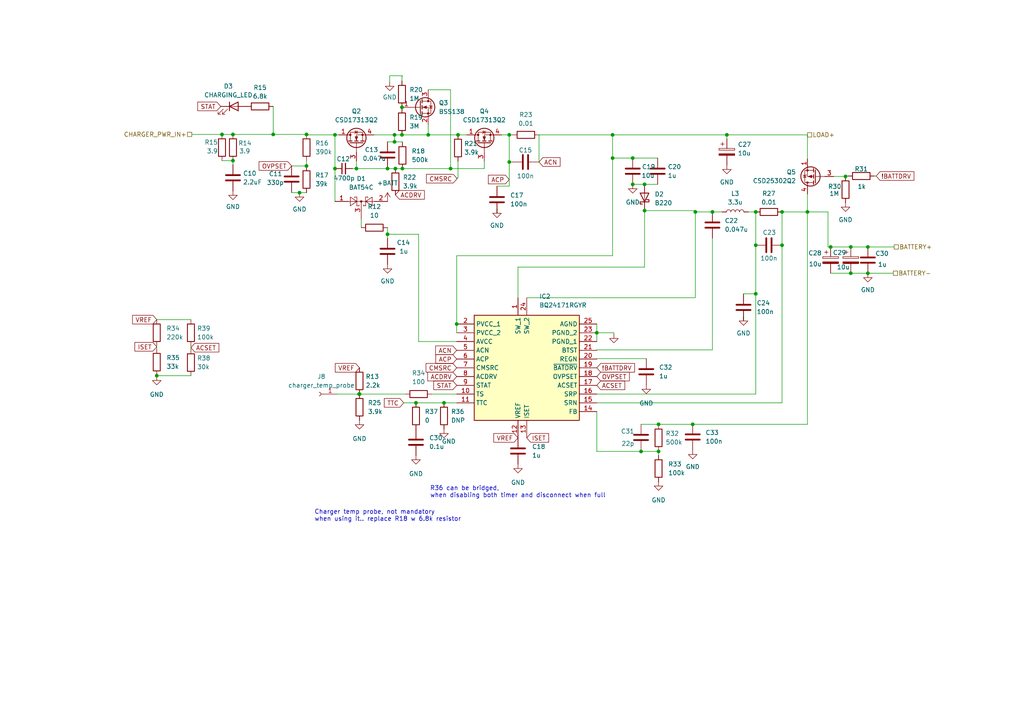
<source format=kicad_sch>
(kicad_sch (version 20230121) (generator eeschema)
  (paper "A4")
  (lib_symbols
    (symbol "Connector:Conn_01x01_Socket" (pin_names (offset 1.016) hide)
      (property "Reference" "J" (at 0 2.54 0))
      (property "Value" "Conn_01x01_Socket" (at 0 -2.54 0))
      (symbol "Conn_01x01_Socket_1_1"
        (polyline (pts (xy -1.27 0) (xy -0.508 0)) (stroke (width 0.1524)))
        (arc (start 0 0.508) (mid -0.5058 0) (end 0 -0.508) (stroke (width 0.1524)))
        (pin passive line (at -5.08 0 0) (length 3.81) (name "Pin_1") (number "1"))
      )
    )
    (symbol "Device:C" (pin_numbers hide) (pin_names (offset 0.254))
      (property "Reference" "C" (at 0.635 2.54 0))
      (property "Value" "C" (at 0.635 -2.54 0))
      (symbol "C_0_1"
        (polyline (pts (xy -2.032 -0.762) (xy 2.032 -0.762)) (stroke (width 0.508)))
        (polyline (pts (xy -2.032 0.762) (xy 2.032 0.762)) (stroke (width 0.508)))
      )
      (symbol "C_1_1"
        (pin passive line (at 0 3.81 270) (length 2.794) (name "~") (number "1"))
        (pin passive line (at 0 -3.81 90) (length 2.794) (name "~") (number "2"))
      )
    )
    (symbol "Device:C_Polarized" (pin_numbers hide) (pin_names (offset 0.254))
      (property "Reference" "C" (at 0.635 2.54 0))
      (property "Value" "C_Polarized" (at 0.635 -2.54 0))
      (symbol "C_Polarized_0_1"
        (rectangle (start -2.286 0.508) (end 2.286 1.016))
        (polyline (pts (xy -1.778 2.286) (xy -0.762 2.286)))
        (polyline (pts (xy -1.27 2.794) (xy -1.27 1.778)))
        (rectangle (start 2.286 -0.508) (end -2.286 -1.016) (fill (type outline)))
      )
      (symbol "C_Polarized_1_1"
        (pin passive line (at 0 3.81 270) (length 2.794) (name "~") (number "1"))
        (pin passive line (at 0 -3.81 90) (length 2.794) (name "~") (number "2"))
      )
    )
    (symbol "Device:C_Small" (pin_numbers hide) (pin_names (offset 0.254) hide)
      (property "Reference" "C" (at 0.254 1.778 0))
      (property "Value" "C_Small" (at 0.254 -2.032 0))
      (symbol "C_Small_0_1"
        (polyline (pts (xy -1.524 -0.508) (xy 1.524 -0.508)) (stroke (width 0.3302)))
        (polyline (pts (xy -1.524 0.508) (xy 1.524 0.508)) (stroke (width 0.3048)))
      )
      (symbol "C_Small_1_1"
        (pin passive line (at 0 2.54 270) (length 2.032) (name "~") (number "1"))
        (pin passive line (at 0 -2.54 90) (length 2.032) (name "~") (number "2"))
      )
    )
    (symbol "Device:L" (pin_numbers hide) (pin_names (offset 1.016) hide)
      (property "Reference" "L" (at -1.27 0 90))
      (property "Value" "L" (at 1.905 0 90))
      (symbol "L_0_1"
        (arc (start 0 -2.54) (mid 0.6323 -1.905) (end 0 -1.27))
        (arc (start 0 -1.27) (mid 0.6323 -0.635) (end 0 0))
        (arc (start 0 0) (mid 0.6323 0.635) (end 0 1.27))
        (arc (start 0 1.27) (mid 0.6323 1.905) (end 0 2.54))
      )
      (symbol "L_1_1"
        (pin passive line (at 0 3.81 270) (length 1.27) (name "1") (number "1"))
        (pin passive line (at 0 -3.81 90) (length 1.27) (name "2") (number "2"))
      )
    )
    (symbol "Device:LED" (pin_numbers hide) (pin_names (offset 1.016) hide)
      (property "Reference" "D" (at 0 2.54 0))
      (property "Value" "LED" (at 0 -2.54 0))
      (symbol "LED_0_1"
        (polyline (pts (xy -1.27 -1.27) (xy -1.27 1.27)) (stroke (width 0.254)))
        (polyline (pts (xy -1.27 0) (xy 1.27 0)))
        (polyline (pts (xy 1.27 -1.27) (xy 1.27 1.27) (xy -1.27 0) (xy 1.27 -1.27)) (stroke (width 0.254)))
        (polyline (pts (xy -3.048 -0.762) (xy -4.572 -2.286) (xy -3.81 -2.286) (xy -4.572 -2.286) (xy -4.572 -1.524)))
        (polyline (pts (xy -1.778 -0.762) (xy -3.302 -2.286) (xy -2.54 -2.286) (xy -3.302 -2.286) (xy -3.302 -1.524)))
      )
      (symbol "LED_1_1"
        (pin passive line (at -3.81 0 0) (length 2.54) (name "K") (number "1"))
        (pin passive line (at 3.81 0 180) (length 2.54) (name "A") (number "2"))
      )
    )
    (symbol "Device:R" (pin_numbers hide) (pin_names (offset 0))
      (property "Reference" "R" (at 2.032 0 90))
      (property "Value" "R" (at 0 0 90))
      (symbol "R_0_1"
        (rectangle (start -1.016 -2.54) (end 1.016 2.54) (stroke (width 0.254)))
      )
      (symbol "R_1_1"
        (pin passive line (at 0 3.81 270) (length 1.27) (name "~") (number "1"))
        (pin passive line (at 0 -3.81 90) (length 1.27) (name "~") (number "2"))
      )
    )
    (symbol "Diode:B220" (pin_numbers hide) (pin_names (offset 1.016) hide)
      (property "Reference" "D" (at 0 2.54 0))
      (property "Value" "B220" (at 0 -2.54 0))
      (symbol "B220_0_1"
        (polyline (pts (xy 1.27 0) (xy -1.27 0)))
        (polyline (pts (xy 1.27 1.27) (xy 1.27 -1.27) (xy -1.27 0) (xy 1.27 1.27)) (stroke (width 0.254)))
        (polyline (pts (xy -1.905 0.635) (xy -1.905 1.27) (xy -1.27 1.27) (xy -1.27 -1.27) (xy -0.635 -1.27) (xy -0.635 -0.635)) (stroke (width 0.254)))
      )
      (symbol "B220_1_1"
        (pin passive line (at -3.81 0 0) (length 2.54) (name "K") (number "1"))
        (pin passive line (at 3.81 0 180) (length 2.54) (name "A") (number "2"))
      )
    )
    (symbol "Diode:BAT54C" (pin_names (offset 1.016))
      (property "Reference" "D" (at 0.635 -3.81 0))
      (property "Value" "BAT54C" (at -6.35 3.175 0))
      (symbol "BAT54C_0_1"
        (polyline (pts (xy -1.905 0) (xy 1.905 0)))
        (polyline (pts (xy -1.905 1.27) (xy -1.905 1.016)))
        (polyline (pts (xy -1.27 -1.27) (xy -0.635 -1.27)))
        (polyline (pts (xy -1.27 0) (xy -3.81 0)))
        (polyline (pts (xy -1.27 1.27) (xy -1.905 1.27)))
        (polyline (pts (xy -1.27 1.27) (xy -1.27 -1.27)))
        (polyline (pts (xy -0.635 -1.27) (xy -0.635 -1.016)))
        (polyline (pts (xy 0.635 -1.27) (xy 0.635 -1.016)))
        (polyline (pts (xy 1.27 -1.27) (xy 0.635 -1.27)))
        (polyline (pts (xy 1.27 1.27) (xy 1.27 -1.27)))
        (polyline (pts (xy 1.27 1.27) (xy 1.905 1.27)))
        (polyline (pts (xy 1.905 1.27) (xy 1.905 1.016)))
        (polyline (pts (xy 3.81 0) (xy 1.27 0)))
        (polyline (pts (xy -3.175 -1.27) (xy -3.175 1.27) (xy -1.27 0) (xy -3.175 -1.27)))
        (polyline (pts (xy 3.175 -1.27) (xy 3.175 1.27) (xy 1.27 0) (xy 3.175 -1.27)))
        (circle (center 0 0) (radius 0.254) (fill (type outline)))
      )
      (symbol "BAT54C_1_1"
        (pin passive line (at -7.62 0 0) (length 3.81) (name "~") (number "1"))
        (pin passive line (at 7.62 0 180) (length 3.81) (name "~") (number "2"))
        (pin passive line (at 0 -5.08 90) (length 5.08) (name "~") (number "3"))
      )
    )
    (symbol "PowerHub_libs:BQ24171RGYR"
      (property "Reference" "IC" (at 36.83 20.32 0))
      (property "Value" "BQ24171RGYR" (at 36.83 17.78 0))
      (symbol "BQ24171RGYR_1_1"
        (rectangle (start 5.08 15.24) (end 35.56 -15.24) (stroke (width 0.254)) (fill (type background)))
        (pin passive line (at 0 -2.54 0) (length 5.08) (name "SW_1") (number "1"))
        (pin passive line (at 27.94 -20.32 90) (length 5.08) (name "TS") (number "10"))
        (pin passive line (at 30.48 -20.32 90) (length 5.08) (name "TTC") (number "11"))
        (pin passive line (at 40.64 -2.54 180) (length 5.08) (name "VREF") (number "12"))
        (pin passive line (at 40.64 0 180) (length 5.08) (name "ISET") (number "13"))
        (pin passive line (at 33.02 20.32 270) (length 5.08) (name "FB") (number "14"))
        (pin passive line (at 30.48 20.32 270) (length 5.08) (name "SRN") (number "15"))
        (pin passive line (at 27.94 20.32 270) (length 5.08) (name "SRP") (number "16"))
        (pin passive line (at 25.4 20.32 270) (length 5.08) (name "ACSET") (number "17"))
        (pin passive line (at 22.86 20.32 270) (length 5.08) (name "OVPSET") (number "18"))
        (pin passive line (at 20.32 20.32 270) (length 5.08) (name "~{BATDRV}") (number "19"))
        (pin power_in line (at 7.62 -20.32 90) (length 5.08) (name "PVCC_1") (number "2"))
        (pin passive line (at 17.78 20.32 270) (length 5.08) (name "REGN") (number "20"))
        (pin passive line (at 15.24 20.32 270) (length 5.08) (name "BTST") (number "21"))
        (pin power_in line (at 12.7 20.32 270) (length 5.08) (name "PGND_1") (number "22"))
        (pin passive line (at 10.16 20.32 270) (length 5.08) (name "PGND_2") (number "23"))
        (pin passive line (at 0 0 0) (length 5.08) (name "SW_2") (number "24"))
        (pin power_in line (at 7.62 20.32 270) (length 5.08) (name "AGND") (number "25"))
        (pin power_in line (at 10.16 -20.32 90) (length 5.08) (name "PVCC_2") (number "3"))
        (pin power_in line (at 12.7 -20.32 90) (length 5.08) (name "AVCC") (number "4"))
        (pin passive line (at 15.24 -20.32 90) (length 5.08) (name "ACN") (number "5"))
        (pin passive line (at 17.78 -20.32 90) (length 5.08) (name "ACP") (number "6"))
        (pin passive line (at 20.32 -20.32 90) (length 5.08) (name "CMSRC") (number "7"))
        (pin passive line (at 22.86 -20.32 90) (length 5.08) (name "ACDRV") (number "8"))
        (pin passive line (at 25.4 -20.32 90) (length 5.08) (name "STAT") (number "9"))
      )
    )
    (symbol "Transistor_FET:BSS138" (pin_names hide)
      (property "Reference" "Q" (at 5.08 1.905 0))
      (property "Value" "BSS138" (at 5.08 0 0))
      (symbol "BSS138_0_1"
        (polyline (pts (xy 0.254 0) (xy -2.54 0)))
        (polyline (pts (xy 0.254 1.905) (xy 0.254 -1.905)) (stroke (width 0.254)))
        (polyline (pts (xy 0.762 -1.27) (xy 0.762 -2.286)) (stroke (width 0.254)))
        (polyline (pts (xy 0.762 0.508) (xy 0.762 -0.508)) (stroke (width 0.254)))
        (polyline (pts (xy 0.762 2.286) (xy 0.762 1.27)) (stroke (width 0.254)))
        (polyline (pts (xy 2.54 2.54) (xy 2.54 1.778)))
        (polyline (pts (xy 2.54 -2.54) (xy 2.54 0) (xy 0.762 0)))
        (polyline (pts (xy 0.762 -1.778) (xy 3.302 -1.778) (xy 3.302 1.778) (xy 0.762 1.778)))
        (polyline (pts (xy 1.016 0) (xy 2.032 0.381) (xy 2.032 -0.381) (xy 1.016 0)) (fill (type outline)))
        (polyline (pts (xy 2.794 0.508) (xy 2.921 0.381) (xy 3.683 0.381) (xy 3.81 0.254)))
        (polyline (pts (xy 3.302 0.381) (xy 2.921 -0.254) (xy 3.683 -0.254) (xy 3.302 0.381)))
        (circle (center 1.651 0) (radius 2.794) (stroke (width 0.254)))
        (circle (center 2.54 -1.778) (radius 0.254) (fill (type outline)))
        (circle (center 2.54 1.778) (radius 0.254) (fill (type outline)))
      )
      (symbol "BSS138_1_1"
        (pin input line (at -5.08 0 0) (length 2.54) (name "G") (number "1"))
        (pin passive line (at 2.54 -5.08 90) (length 2.54) (name "S") (number "2"))
        (pin passive line (at 2.54 5.08 270) (length 2.54) (name "D") (number "3"))
      )
    )
    (symbol "Transistor_FET:CSD17313Q2" (pin_names hide)
      (property "Reference" "Q" (at 5.08 1.905 0))
      (property "Value" "CSD17313Q2" (at 5.08 0 0))
      (symbol "CSD17313Q2_0_1"
        (polyline (pts (xy 0.254 0) (xy -2.54 0)))
        (polyline (pts (xy 0.254 1.905) (xy 0.254 -1.905)) (stroke (width 0.254)))
        (polyline (pts (xy 0.762 -1.27) (xy 0.762 -2.286)) (stroke (width 0.254)))
        (polyline (pts (xy 0.762 0.508) (xy 0.762 -0.508)) (stroke (width 0.254)))
        (polyline (pts (xy 0.762 2.286) (xy 0.762 1.27)) (stroke (width 0.254)))
        (polyline (pts (xy 2.54 2.54) (xy 2.54 1.778)))
        (polyline (pts (xy 2.54 -2.54) (xy 2.54 0) (xy 0.762 0)))
        (polyline (pts (xy 0.762 -1.778) (xy 3.302 -1.778) (xy 3.302 1.778) (xy 0.762 1.778)))
        (polyline (pts (xy 1.016 0) (xy 2.032 0.381) (xy 2.032 -0.381) (xy 1.016 0)) (fill (type outline)))
        (polyline (pts (xy 2.794 0.508) (xy 2.921 0.381) (xy 3.683 0.381) (xy 3.81 0.254)))
        (polyline (pts (xy 3.302 0.381) (xy 2.921 -0.254) (xy 3.683 -0.254) (xy 3.302 0.381)))
        (circle (center 1.651 0) (radius 2.794) (stroke (width 0.254)))
        (circle (center 2.54 -1.778) (radius 0.254) (fill (type outline)))
        (circle (center 2.54 1.778) (radius 0.254) (fill (type outline)))
      )
      (symbol "CSD17313Q2_1_1"
        (pin passive line (at 2.54 5.08 270) (length 2.54) (name "D") (number "1"))
        (pin passive line (at 2.54 5.08 270) (length 2.54) hide (name "D") (number "2"))
        (pin passive line (at -5.08 0 0) (length 2.54) (name "G") (number "3"))
        (pin passive line (at 2.54 -5.08 90) (length 2.54) (name "S") (number "4"))
        (pin passive line (at 2.54 5.08 270) (length 2.54) hide (name "D") (number "5"))
        (pin passive line (at 2.54 5.08 270) (length 2.54) hide (name "D") (number "6"))
        (pin passive line (at 2.54 -5.08 90) (length 2.54) hide (name "S") (number "7"))
        (pin passive line (at 2.54 5.08 270) (length 2.54) hide (name "D") (number "8"))
      )
    )
    (symbol "Transistor_FET:CSD25302Q2" (pin_names hide)
      (property "Reference" "Q" (at 5.08 1.27 0))
      (property "Value" "CSD25302Q2" (at 3.81 -1.27 0))
      (symbol "CSD25302Q2_0_1"
        (circle (center -0.889 0) (radius 2.794) (stroke (width 0.254)))
        (circle (center 0 -1.778) (radius 0.254) (fill (type outline)))
        (polyline (pts (xy -2.286 0) (xy -5.08 0)))
        (polyline (pts (xy -2.286 1.905) (xy -2.286 -1.905)) (stroke (width 0.254)))
        (polyline (pts (xy -1.778 -1.27) (xy -1.778 -2.286)) (stroke (width 0.254)))
        (polyline (pts (xy -1.778 0.508) (xy -1.778 -0.508)) (stroke (width 0.254)))
        (polyline (pts (xy -1.778 2.286) (xy -1.778 1.27)) (stroke (width 0.254)))
        (polyline (pts (xy 0 2.54) (xy 0 1.778)))
        (polyline (pts (xy 0 -2.54) (xy 0 0) (xy -1.778 0)))
        (polyline (pts (xy -1.778 1.778) (xy 0.762 1.778) (xy 0.762 -1.778) (xy -1.778 -1.778)))
        (polyline (pts (xy -0.254 0) (xy -1.27 0.381) (xy -1.27 -0.381) (xy -0.254 0)) (fill (type outline)))
        (polyline (pts (xy 0.254 -0.508) (xy 0.381 -0.381) (xy 1.143 -0.381) (xy 1.27 -0.254)))
        (polyline (pts (xy 0.762 -0.381) (xy 0.381 0.254) (xy 1.143 0.254) (xy 0.762 -0.381)))
        (circle (center 0 1.778) (radius 0.254) (fill (type outline)))
      )
      (symbol "CSD25302Q2_1_1"
        (pin passive line (at 0 -5.08 90) (length 2.54) (name "S") (number "1"))
        (pin passive line (at 0 -5.08 90) (length 2.54) hide (name "S") (number "2"))
        (pin passive line (at -7.62 0 0) (length 2.54) (name "G") (number "3"))
        (pin passive line (at 0 5.08 270) (length 2.54) (name "D") (number "4"))
        (pin passive line (at 0 -5.08 90) (length 2.54) hide (name "S") (number "5"))
        (pin passive line (at 0 -5.08 90) (length 2.54) hide (name "S") (number "6"))
        (pin passive line (at 0 5.08 270) (length 2.54) hide (name "D") (number "7"))
        (pin passive line (at 0 -5.08 90) (length 2.54) hide (name "S") (number "8"))
      )
    )
    (symbol "power:+BATT" (power) (pin_names (offset 0))
      (property "Value" "+BATT" (at 0 3.556 0))
      (symbol "+BATT_0_1"
        (polyline (pts (xy -0.762 1.27) (xy 0 2.54)))
        (polyline (pts (xy 0 0) (xy 0 2.54)))
        (polyline (pts (xy 0 2.54) (xy 0.762 1.27)))
      )
      (symbol "+BATT_1_1"
        (pin power_in line (at 0 0 90) (length 0) hide (name "+BATT") (number "1"))
      )
    )
    (symbol "power:GND" (power) (pin_names (offset 0))
      (property "Value" "GND" (at 0 -3.81 0))
      (symbol "GND_0_1"
        (polyline (pts (xy 0 0) (xy 0 -1.27) (xy 1.27 -1.27) (xy 0 -2.54) (xy -1.27 -1.27) (xy 0 -1.27)))
      )
      (symbol "GND_1_1"
        (pin power_in line (at 0 0 270) (length 0) hide (name "GND") (number "1"))
      )
    )
  )
  (junction (at 64.389 38.989))
  (junction (at 116.586 39.116))
  (junction (at 177.673 39.116))
  (junction (at 86.868 55.88))
  (junction (at 132.842 39.116))
  (junction (at 201.676 61.468))
  (junction (at 147.701 46.99))
  (junction (at 191.008 130.937))
  (junction (at 45.466 108.966))
  (junction (at 67.564 46.609))
  (junction (at 114.427 39.116))
  (junction (at 79.248 38.989))
  (junction (at 97.155 48.895))
  (junction (at 132.461 93.98))
  (junction (at 67.564 38.989))
  (junction (at 147.701 39.116))
  (junction (at 234.188 61.468))
  (junction (at 219.202 85.217))
  (junction (at 116.713 48.895))
  (junction (at 88.9 48.133))
  (junction (at 183.515 53.467))
  (junction (at 116.586 31.115))
  (junction (at 251.714 79.248))
  (junction (at 219.202 61.468))
  (junction (at 114.427 41.148))
  (junction (at 120.65 116.84))
  (junction (at 114.681 48.895))
  (junction (at 206.629 61.468))
  (junction (at 226.822 61.468))
  (junction (at 130.683 48.895))
  (junction (at 186.944 61.087))
  (junction (at 246.761 71.628))
  (junction (at 104.267 114.3))
  (junction (at 191.008 123.063))
  (junction (at 124.206 39.116))
  (junction (at 112.395 48.895))
  (junction (at 103.378 48.895))
  (junction (at 183.515 45.847))
  (junction (at 173.101 96.52))
  (junction (at 245.237 51.181))
  (junction (at 185.928 130.937))
  (junction (at 97.155 39.116))
  (junction (at 210.82 39.116))
  (junction (at 177.673 45.847))
  (junction (at 200.914 123.063))
  (junction (at 186.944 53.467))
  (junction (at 246.761 79.248))
  (junction (at 88.9 38.989))
  (junction (at 226.822 71.12))
  (junction (at 240.919 71.628))
  (junction (at 104.14 114.3))
  (junction (at 112.395 67.945))
  (junction (at 251.714 71.628))
  (junction (at 219.202 71.12))
  (junction (at 128.778 116.84))
  (wire (pts (xy 132.588 51.562) (xy 132.842 51.562)))
  (wire (pts (xy 173.101 96.52) (xy 178.054 96.52)))
  (wire (pts (xy 104.394 114.3) (xy 117.602 114.3)))
  (wire (pts (xy 45.466 109.093) (xy 45.466 108.966)))
  (wire (pts (xy 219.202 85.217) (xy 215.646 85.217)))
  (wire (pts (xy 116.713 21.971) (xy 116.713 22.098)))
  (wire (pts (xy 183.515 45.847) (xy 190.754 45.847)))
  (wire (pts (xy 104.14 114.3) (xy 104.267 114.3)))
  (wire (pts (xy 215.646 92.964) (xy 215.646 91.821)))
  (wire (pts (xy 88.9 48.133) (xy 88.9 48.26)))
  (wire (pts (xy 234.188 123.063) (xy 234.188 61.468)))
  (wire (pts (xy 104.14 114.3) (xy 104.14 114.173)))
  (wire (pts (xy 114.427 39.116) (xy 114.427 41.148)))
  (wire (pts (xy 116.713 41.148) (xy 116.713 41.275)))
  (wire (pts (xy 116.586 31.115) (xy 116.586 31.496)))
  (wire (pts (xy 219.202 114.3) (xy 173.101 114.3)))
  (wire (pts (xy 84.582 55.88) (xy 84.582 55.753)))
  (wire (pts (xy 144.145 53.975) (xy 144.145 54.102)))
  (wire (pts (xy 45.466 92.71) (xy 55.372 92.71)))
  (wire (pts (xy 173.101 104.013) (xy 173.101 104.14)))
  (wire (pts (xy 97.663 114.3) (xy 104.14 114.3)))
  (wire (pts (xy 201.676 61.087) (xy 186.944 61.087)))
  (wire (pts (xy 140.462 46.736) (xy 140.462 48.895)))
  (wire (pts (xy 173.101 130.937) (xy 173.101 119.38)))
  (wire (pts (xy 104.14 114.173) (xy 104.394 114.173)))
  (wire (pts (xy 121.412 67.945) (xy 112.395 67.945)))
  (wire (pts (xy 206.629 69.088) (xy 206.629 101.473)))
  (wire (pts (xy 132.842 39.116) (xy 135.382 39.116)))
  (wire (pts (xy 240.157 61.468) (xy 240.157 71.628)))
  (wire (pts (xy 88.9 46.609) (xy 88.9 48.133)))
  (wire (pts (xy 88.9 39.116) (xy 88.9 38.989)))
  (wire (pts (xy 201.676 61.468) (xy 201.676 86.36)))
  (wire (pts (xy 240.157 71.628) (xy 240.919 71.628)))
  (wire (pts (xy 206.629 61.468) (xy 201.676 61.468)))
  (wire (pts (xy 201.676 86.36) (xy 152.781 86.36)))
  (wire (pts (xy 240.919 79.248) (xy 246.761 79.248)))
  (wire (pts (xy 177.673 39.116) (xy 177.673 45.847)))
  (wire (pts (xy 200.914 123.063) (xy 200.914 122.936)))
  (wire (pts (xy 200.914 123.063) (xy 234.188 123.063)))
  (wire (pts (xy 186.944 61.087) (xy 186.944 77.47)))
  (wire (pts (xy 145.542 39.116) (xy 147.701 39.116)))
  (wire (pts (xy 177.673 74.168) (xy 132.461 74.168)))
  (wire (pts (xy 64.389 38.989) (xy 67.564 38.989)))
  (wire (pts (xy 150.241 77.47) (xy 150.241 86.36)))
  (wire (pts (xy 128.778 116.84) (xy 132.461 116.84)))
  (wire (pts (xy 120.65 116.84) (xy 128.778 116.84)))
  (wire (pts (xy 183.515 53.467) (xy 186.944 53.467)))
  (wire (pts (xy 103.378 48.895) (xy 103.378 46.736)))
  (wire (pts (xy 132.461 99.06) (xy 121.412 99.06)))
  (wire (pts (xy 88.9 39.116) (xy 97.155 39.116)))
  (wire (pts (xy 185.928 123.063) (xy 191.008 123.063)))
  (wire (pts (xy 147.701 46.99) (xy 147.701 39.116)))
  (wire (pts (xy 219.202 71.12) (xy 219.202 85.217)))
  (wire (pts (xy 97.155 48.895) (xy 97.155 39.116)))
  (wire (pts (xy 246.761 71.628) (xy 251.714 71.628)))
  (wire (pts (xy 251.714 71.628) (xy 259.334 71.628)))
  (wire (pts (xy 173.101 101.473) (xy 173.101 101.6)))
  (wire (pts (xy 116.713 48.895) (xy 130.683 48.895)))
  (wire (pts (xy 55.372 100.33) (xy 55.372 101.346)))
  (wire (pts (xy 67.564 38.989) (xy 79.248 38.989)))
  (wire (pts (xy 108.458 39.116) (xy 114.427 39.116)))
  (wire (pts (xy 246.761 79.248) (xy 251.714 79.248)))
  (wire (pts (xy 201.676 61.087) (xy 201.676 61.468)))
  (wire (pts (xy 156.337 39.116) (xy 177.673 39.116)))
  (wire (pts (xy 84.582 48.133) (xy 88.9 48.133)))
  (wire (pts (xy 210.82 39.116) (xy 234.188 39.116)))
  (wire (pts (xy 114.427 41.148) (xy 116.713 41.148)))
  (wire (pts (xy 147.701 39.116) (xy 148.717 39.116)))
  (wire (pts (xy 112.395 66.04) (xy 112.395 67.945)))
  (wire (pts (xy 234.188 56.261) (xy 234.188 61.468)))
  (wire (pts (xy 226.822 116.84) (xy 173.101 116.84)))
  (wire (pts (xy 124.206 39.116) (xy 124.206 36.195)))
  (wire (pts (xy 240.919 71.628) (xy 246.761 71.628)))
  (wire (pts (xy 177.673 39.116) (xy 210.82 39.116)))
  (wire (pts (xy 113.03 21.971) (xy 113.03 23.749)))
  (wire (pts (xy 178.054 96.52) (xy 178.054 96.901)))
  (wire (pts (xy 254.127 51.054) (xy 253.619 51.054)))
  (wire (pts (xy 45.466 108.966) (xy 55.372 108.966)))
  (wire (pts (xy 241.808 51.181) (xy 245.237 51.181)))
  (wire (pts (xy 209.423 61.468) (xy 206.629 61.468)))
  (wire (pts (xy 103.378 48.895) (xy 112.395 48.895)))
  (wire (pts (xy 191.008 130.937) (xy 191.008 132.08)))
  (wire (pts (xy 86.868 55.88) (xy 84.582 55.88)))
  (wire (pts (xy 117.094 116.84) (xy 120.65 116.84)))
  (wire (pts (xy 45.466 108.966) (xy 45.466 108.839)))
  (wire (pts (xy 116.586 39.116) (xy 124.206 39.116)))
  (wire (pts (xy 234.188 39.116) (xy 234.188 46.101)))
  (wire (pts (xy 97.155 39.116) (xy 98.298 39.116)))
  (wire (pts (xy 173.101 130.937) (xy 185.928 130.937)))
  (wire (pts (xy 185.928 130.937) (xy 191.008 130.937)))
  (wire (pts (xy 67.564 47.752) (xy 67.564 46.609)))
  (wire (pts (xy 121.412 99.06) (xy 121.412 67.945)))
  (wire (pts (xy 173.101 93.98) (xy 173.101 96.52)))
  (wire (pts (xy 114.681 48.895) (xy 116.713 48.895)))
  (wire (pts (xy 191.008 130.81) (xy 191.008 130.937)))
  (wire (pts (xy 187.452 104.013) (xy 173.101 104.013)))
  (wire (pts (xy 191.008 123.063) (xy 191.008 123.19)))
  (wire (pts (xy 130.683 26.035) (xy 124.206 26.035)))
  (wire (pts (xy 113.03 21.971) (xy 116.713 21.971)))
  (wire (pts (xy 148.59 46.99) (xy 147.701 46.99)))
  (wire (pts (xy 116.713 22.098) (xy 116.586 22.098)))
  (wire (pts (xy 130.683 48.895) (xy 140.462 48.895)))
  (wire (pts (xy 45.466 100.33) (xy 45.466 101.219)))
  (wire (pts (xy 226.822 71.12) (xy 226.822 116.84)))
  (wire (pts (xy 191.008 123.063) (xy 200.914 123.063)))
  (wire (pts (xy 114.427 39.116) (xy 116.586 39.116)))
  (wire (pts (xy 144.145 61.722) (xy 144.145 60.579)))
  (wire (pts (xy 104.775 66.04) (xy 104.775 63.5)))
  (wire (pts (xy 112.395 41.148) (xy 114.427 41.148)))
  (wire (pts (xy 245.237 51.054) (xy 245.237 51.181)))
  (wire (pts (xy 147.701 53.975) (xy 144.145 53.975)))
  (wire (pts (xy 210.82 39.116) (xy 210.82 40.259)))
  (wire (pts (xy 112.395 48.895) (xy 114.681 48.895)))
  (wire (pts (xy 147.701 46.99) (xy 147.701 53.975)))
  (wire (pts (xy 173.101 96.52) (xy 173.101 99.06)))
  (wire (pts (xy 116.586 22.098) (xy 116.586 23.495)))
  (wire (pts (xy 55.626 38.989) (xy 64.389 38.989)))
  (wire (pts (xy 104.394 114.173) (xy 104.394 114.3)))
  (wire (pts (xy 245.999 51.054) (xy 245.237 51.054)))
  (wire (pts (xy 79.248 30.861) (xy 79.248 38.989)))
  (wire (pts (xy 177.673 45.847) (xy 177.673 74.168)))
  (wire (pts (xy 102.235 48.895) (xy 103.378 48.895)))
  (wire (pts (xy 215.646 85.217) (xy 215.646 85.344)))
  (wire (pts (xy 130.683 48.895) (xy 130.683 26.035)))
  (wire (pts (xy 64.389 46.609) (xy 67.564 46.609)))
  (wire (pts (xy 226.822 61.468) (xy 234.188 61.468)))
  (wire (pts (xy 156.337 39.116) (xy 156.337 46.99)))
  (wire (pts (xy 206.629 101.473) (xy 173.101 101.473)))
  (wire (pts (xy 219.202 61.468) (xy 219.202 71.12)))
  (wire (pts (xy 112.395 67.945) (xy 112.395 69.088)))
  (wire (pts (xy 124.206 39.116) (xy 132.842 39.116)))
  (wire (pts (xy 88.9 55.88) (xy 86.868 55.88)))
  (wire (pts (xy 156.337 46.99) (xy 156.21 46.99)))
  (wire (pts (xy 226.822 61.468) (xy 226.822 71.12)))
  (wire (pts (xy 219.202 85.217) (xy 219.202 114.3)))
  (wire (pts (xy 132.588 51.816) (xy 132.588 51.562)))
  (wire (pts (xy 79.248 38.989) (xy 88.9 38.989)))
  (wire (pts (xy 234.188 61.468) (xy 240.157 61.468)))
  (wire (pts (xy 186.944 53.467) (xy 190.754 53.467)))
  (wire (pts (xy 186.944 77.47) (xy 150.241 77.47)))
  (wire (pts (xy 251.714 79.248) (xy 259.08 79.248)))
  (wire (pts (xy 125.222 114.3) (xy 132.461 114.3)))
  (wire (pts (xy 217.043 61.468) (xy 219.202 61.468)))
  (wire (pts (xy 132.461 74.168) (xy 132.461 93.98)))
  (wire (pts (xy 132.842 51.562) (xy 132.842 46.736)))
  (wire (pts (xy 112.395 48.895) (xy 112.395 48.768)))
  (wire (pts (xy 132.461 93.98) (xy 132.461 96.52)))
  (wire (pts (xy 97.155 48.895) (xy 97.155 58.42)))
  (wire (pts (xy 177.673 45.847) (xy 183.515 45.847)))
  (wire (pts (xy 185.928 130.683) (xy 185.928 130.937)))
  (text "Charger temp probe, not mandatory\nwhen using it.. replace R18 w 6.8k resistor" (at 91.186 151.384 0) (effects (font (size 1.27 1.27)) (justify left bottom)))
  (text "R36 can be bridged,\nwhen disabling both timer and disconnect when full\n" (at 124.714 144.526 0) (effects (font (size 1.27 1.27)) (justify left bottom)))
  (global_label "ACN" (shape input) (at 156.337 46.99 0) (property "Intersheetrefs" "${INTERSHEET_REFS}" (effects hide)))
  (global_label "ACN" (shape input) (at 132.461 101.6 180) (property "Intersheetrefs" "${INTERSHEET_REFS}" (effects hide)))
  (global_label "ACDRV" (shape input) (at 132.461 109.22 180) (property "Intersheetrefs" "${INTERSHEET_REFS}" (effects hide)))
  (global_label "CMSRC" (shape input) (at 132.461 106.68 180) (property "Intersheetrefs" "${INTERSHEET_REFS}" (effects hide)))
  (global_label "ISET" (shape input) (at 152.781 127 0) (property "Intersheetrefs" "${INTERSHEET_REFS}" (effects hide)))
  (global_label "CMSRC" (shape input) (at 132.588 51.816 180) (property "Intersheetrefs" "${INTERSHEET_REFS}" (effects hide)))
  (global_label "STAT" (shape input) (at 64.008 30.861 180) (property "Intersheetrefs" "${INTERSHEET_REFS}" (effects hide)))
  (global_label "ACSET" (shape input) (at 173.101 111.76 0) (property "Intersheetrefs" "${INTERSHEET_REFS}" (effects hide)))
  (global_label "ACP" (shape input) (at 147.701 52.07 180) (property "Intersheetrefs" "${INTERSHEET_REFS}" (effects hide)))
  (global_label "ACSET" (shape input) (at 55.372 100.838 0) (property "Intersheetrefs" "${INTERSHEET_REFS}" (effects hide)))
  (global_label "STAT" (shape input) (at 132.461 111.76 180) (property "Intersheetrefs" "${INTERSHEET_REFS}" (effects hide)))
  (global_label "VREF" (shape input) (at 45.466 92.71 180) (property "Intersheetrefs" "${INTERSHEET_REFS}" (effects hide)))
  (global_label "ACP" (shape input) (at 132.461 104.14 180) (property "Intersheetrefs" "${INTERSHEET_REFS}" (effects hide)))
  (global_label "!BATTDRV" (shape input) (at 173.101 106.68 0) (property "Intersheetrefs" "${INTERSHEET_REFS}" (effects hide)))
  (global_label "ACDRV" (shape input) (at 114.681 56.515 0) (property "Intersheetrefs" "${INTERSHEET_REFS}" (effects hide)))
  (global_label "ISET" (shape input) (at 45.466 100.584 180) (property "Intersheetrefs" "${INTERSHEET_REFS}" (effects hide)))
  (global_label "!BATTDRV" (shape input) (at 254.127 51.054 0) (property "Intersheetrefs" "${INTERSHEET_REFS}" (effects hide)))
  (global_label "VREF" (shape input) (at 104.267 106.68 180) (property "Intersheetrefs" "${INTERSHEET_REFS}" (effects hide)))
  (global_label "OVPSET" (shape input) (at 84.582 48.133 180) (property "Intersheetrefs" "${INTERSHEET_REFS}" (effects hide)))
  (global_label "VREF" (shape input) (at 150.241 127 180) (property "Intersheetrefs" "${INTERSHEET_REFS}" (effects hide)))
  (global_label "TTC" (shape input) (at 117.094 116.84 180) (property "Intersheetrefs" "${INTERSHEET_REFS}" (effects hide)))
  (global_label "OVPSET" (shape input) (at 173.101 109.22 0) (property "Intersheetrefs" "${INTERSHEET_REFS}" (effects hide)))
  (hierarchical_label "BATTERY-" (shape passive) (at 259.08 79.248 0))
  (hierarchical_label "BATTERY+" (shape passive) (at 259.334 71.628 0))
  (hierarchical_label "LOAD+" (shape passive) (at 234.188 39.116 0))
  (hierarchical_label "CHARGER_PWR_IN+" (shape passive) (at 55.626 38.989 180))
  (symbol (lib_id "Device:L") (at 213.233 61.468 90) (unit 1)
    (property "Reference" "L3" (at 213.233 56.134 90))
    (property "Value" "3.3u" (at 213.233 58.674 90))
  )
  (symbol (lib_id "Device:C") (at 112.395 44.958 0) (unit 1)
    (property "Reference" "C13" (at 105.791 43.434 0) (effects (justify left)))
    (property "Value" "0.047u" (at 105.156 45.974 0) (effects (justify left)))
  )
  (symbol (lib_id "power:GND") (at 113.03 23.749 0) (unit 1)
    (property "Reference" "#PWR038" (effects hide))
    (property "Value" "GND" (at 113.03 28.194 0))
    (instances (project "PowerHub_r1.0" (path "" (reference "#PWR038") (unit 1)) (path "" (reference "#PWR040") (unit 1))))
  )
  (symbol (lib_id "power:GND") (at 150.241 134.62 0) (unit 1)
    (property "Reference" "#PWR045" (effects hide))
    (property "Value" "GND" (at 150.241 139.954 0))
    (instances (project "PowerHub_r1.0" (path "" (reference "#PWR045") (unit 1)) (path "" (reference "#PWR042") (unit 1))))
  )
  (symbol (lib_id "Device:R") (at 223.012 61.468 90) (unit 1)
    (property "Reference" "R27" (at 223.012 56.134 90))
    (property "Value" "0.01" (at 223.012 58.674 90))
    (instances (project "PowerHub_r1.0" (path "" (reference "R27") (unit 1)) (path "" (reference "R30") (unit 1))))
  )
  (symbol (lib_id "Device:R") (at 116.713 45.085 0) (unit 1)
    (property "Reference" "R18" (at 119.38 43.815 0) (effects (justify left)))
    (property "Value" "500k" (at 119.38 46.355 0) (effects (justify left)))
    (instances (project "PowerHub_r1.0" (path "" (reference "R18") (unit 1)) (path "" (reference "R22") (unit 1))))
  )
  (symbol (lib_id "power:GND") (at 112.395 76.708 0) (unit 1)
    (property "Reference" "#PWR042" (effects hide))
    (property "Value" "GND" (at 112.395 81.534 0))
    (instances (project "PowerHub_r1.0" (path "" (reference "#PWR042") (unit 1)) (path "" (reference "#PWR039") (unit 1))))
  )
  (symbol (lib_id "power:GND") (at 215.646 91.821 0) (unit 1)
    (property "Reference" "#PWR047" (effects hide))
    (property "Value" "GND" (at 215.646 96.647 0))
    (instances (project "PowerHub_r1.0" (path "" (reference "#PWR047") (unit 1)) (path "" (reference "#PWR050") (unit 1))))
  )
  (symbol (lib_id "Device:R") (at 55.372 105.156 0) (unit 1)
    (property "Reference" "R38" (at 57.15 103.886 0) (effects (justify left)))
    (property "Value" "30k" (at 57.15 106.426 0) (effects (justify left)))
  )
  (symbol (lib_id "Device:R") (at 45.466 105.029 0) (unit 1)
    (property "Reference" "R35" (at 48.26 103.759 0) (effects (justify left)))
    (property "Value" "33k" (at 48.26 106.299 0) (effects (justify left)))
  )
  (symbol (lib_id "Device:C_Small") (at 99.695 48.895 90) (unit 1)
    (property "Reference" "C12" (at 99.568 46.101 90))
    (property "Value" "4700p" (at 99.822 51.689 90))
  )
  (symbol (lib_id "Device:C") (at 67.564 51.562 0) (unit 1)
    (property "Reference" "C10" (at 70.485 50.292 0) (effects (justify left)))
    (property "Value" "2.2uF" (at 70.485 52.832 0) (effects (justify left)))
  )
  (symbol (lib_id "power:GND") (at 128.778 124.46 0) (unit 1)
    (property "Reference" "#PWR045" (effects hide))
    (property "Value" "GND" (at 130.175 128.016 0))
    (instances (project "PowerHub_r1.0" (path "" (reference "#PWR045") (unit 1)) (path "" (reference "#PWR051") (unit 1))))
  )
  (symbol (lib_id "Device:R") (at 45.466 96.52 0) (unit 1)
    (property "Reference" "R34" (at 48.26 95.25 0) (effects (justify left)))
    (property "Value" "220k" (at 48.26 97.79 0) (effects (justify left)))
  )
  (symbol (lib_id "Device:C") (at 84.582 51.943 0) (unit 1)
    (property "Reference" "C11" (at 77.978 50.419 0) (effects (justify left)))
    (property "Value" "330p" (at 77.343 52.959 0) (effects (justify left)))
  )
  (symbol (lib_id "power:GND") (at 45.466 109.093 0) (unit 1)
    (property "Reference" "#PWR044" (effects hide))
    (property "Value" "GND" (at 45.466 114.427 0))
    (instances (project "PowerHub_r1.0" (path "" (reference "#PWR044") (unit 1)) (path "" (reference "#PWR055") (unit 1))))
  )
  (symbol (lib_id "Device:C_Polarized") (at 246.761 75.438 0) (unit 1)
    (property "Reference" "C29" (at 241.554 73.279 0) (effects (justify left)))
    (property "Value" "10u" (at 242.697 77.47 0) (effects (justify left)))
    (instances (project "PowerHub_r1.0" (path "" (reference "C29") (unit 1)) (path "" (reference "C28") (unit 1))))
  )
  (symbol (lib_id "Device:R") (at 104.267 118.11 0) (unit 1)
    (property "Reference" "R25" (at 106.68 116.84 0) (effects (justify left)))
    (property "Value" "3.9k" (at 106.68 119.38 0) (effects (justify left)))
    (instances (project "PowerHub_r1.0" (path "" (reference "R25") (unit 1)) (path "" (reference "R18") (unit 1))))
  )
  (symbol (lib_id "Device:C") (at 144.145 57.912 0) (unit 1)
    (property "Reference" "C17" (at 147.955 56.642 0) (effects (justify left)))
    (property "Value" "100n" (at 147.955 59.182 0) (effects (justify left)))
    (instances (project "PowerHub_r1.0" (path "" (reference "C17") (unit 1)) (path "" (reference "C15") (unit 1))))
  )
  (symbol (lib_id "power:GND") (at 183.515 53.467 0) (unit 1)
    (property "Reference" "#PWR046" (effects hide))
    (property "Value" "GND" (at 183.515 58.674 0))
    (instances (project "PowerHub_r1.0" (path "" (reference "#PWR046") (unit 1)) (path "" (reference "#PWR044") (unit 1))))
  )
  (symbol (lib_id "Device:R") (at 249.809 51.054 90) (unit 1)
    (property "Reference" "R31" (at 249.809 49.022 90))
    (property "Value" "1k" (at 249.936 54.102 90))
    (instances (project "PowerHub_r1.0" (path "" (reference "R31") (unit 1)) (path "" (reference "R33") (unit 1))))
  )
  (symbol (lib_id "Device:C") (at 150.241 130.81 0) (unit 1)
    (property "Reference" "C18" (at 154.305 129.54 0) (effects (justify left)))
    (property "Value" "1u" (at 154.305 132.08 0) (effects (justify left)))
    (instances (project "PowerHub_r1.0" (path "" (reference "C18") (unit 1)) (path "" (reference "C16") (unit 1))))
  )
  (symbol (lib_id "Device:R") (at 55.372 96.52 0) (unit 1)
    (property "Reference" "R39" (at 57.15 95.25 0) (effects (justify left)))
    (property "Value" "100k" (at 57.15 97.79 0) (effects (justify left)))
  )
  (symbol (lib_id "Device:R") (at 75.438 30.861 90) (unit 1)
    (property "Reference" "R15" (at 75.438 25.4 90))
    (property "Value" "6.8k" (at 75.438 27.94 90))
  )
  (symbol (lib_id "Connector:Conn_01x01_Socket") (at 92.583 114.3 180) (unit 1)
    (property "Reference" "J8" (at 93.218 109.22 0))
    (property "Value" "charger_temp_probe" (at 93.218 111.76 0))
  )
  (symbol (lib_id "Device:C") (at 223.012 71.12 90) (unit 1)
    (property "Reference" "C23" (at 223.139 67.437 90))
    (property "Value" "100n" (at 223.012 74.93 90))
    (instances (project "PowerHub_r1.0" (path "" (reference "C23") (unit 1)) (path "" (reference "C26") (unit 1))))
  )
  (symbol (lib_id "Device:R") (at 116.586 27.305 0) (unit 1)
    (property "Reference" "R20" (at 118.745 26.035 0) (effects (justify left)))
    (property "Value" "1M" (at 118.745 28.575 0) (effects (justify left)))
  )
  (symbol (lib_id "Device:R") (at 191.008 135.89 0) (unit 1)
    (property "Reference" "R33" (at 193.802 134.62 0) (effects (justify left)))
    (property "Value" "100k" (at 193.802 137.16 0) (effects (justify left)))
    (instances (project "PowerHub_r1.0" (path "" (reference "R33") (unit 1)) (path "" (reference "R28") (unit 1))))
  )
  (symbol (lib_id "Transistor_FET:BSS138") (at 121.666 31.115 0) (unit 1)
    (property "Reference" "Q3" (at 127.254 29.845 0) (effects (justify left)))
    (property "Value" "BSS138" (at 127.254 32.385 0) (effects (justify left)))
    (property "Footprint" "Package_TO_SOT_SMD:SOT-23" (effects hide))
    (property "Datasheet" "https://www.onsemi.com/pub/Collateral/BSS138-D.PDF" (effects hide))
  )
  (symbol (lib_id "Device:C_Polarized") (at 210.82 44.069 0) (unit 1)
    (property "Reference" "C27" (at 213.995 41.91 0) (effects (justify left)))
    (property "Value" "10u" (at 213.995 44.45 0) (effects (justify left)))
    (instances (project "PowerHub_r1.0" (path "" (reference "C27") (unit 1)) (path "" (reference "C24") (unit 1))))
  )
  (symbol (lib_id "Device:C") (at 183.515 49.657 0) (unit 1)
    (property "Reference" "C19" (at 186.182 48.387 0) (effects (justify left)))
    (property "Value" "10u" (at 186.055 50.927 0) (effects (justify left)))
    (instances (project "PowerHub_r1.0" (path "" (reference "C19") (unit 1)) (path "" (reference "C18") (unit 1))))
  )
  (symbol (lib_id "Transistor_FET:CSD17313Q2") (at 140.462 41.656 90) (unit 1)
    (property "Reference" "Q4" (at 140.462 32.258 90))
    (property "Value" "CSD17313Q2" (at 140.462 34.798 90))
    (property "Footprint" "Package_SON:Texas_DQK" (effects hide))
    (property "Datasheet" "http://www.ti.com/lit/ds/symlink/csd17313q2.pdf" (effects hide))
  )
  (symbol (lib_id "power:+BATT") (at 112.395 58.42 0) (unit 1)
    (property "Reference" "#PWR039" (effects hide))
    (property "Value" "+BATT" (at 112.395 53.086 0))
    (instances (project "PowerHub_r1.0" (path "" (reference "#PWR039") (unit 1)) (path "" (reference "#PWR038") (unit 1))))
  )
  (symbol (lib_id "Transistor_FET:CSD25302Q2") (at 234.188 51.181 180) (unit 1)
    (property "Reference" "Q5" (at 230.886 49.911 0) (effects (justify left)))
    (property "Value" "CSD25302Q2" (at 230.886 52.451 0) (effects (justify left)))
    (property "Footprint" "Package_SON:Texas_DQK" (effects hide))
    (property "Datasheet" "https://www.ti.com/lit/ds/slps234b/slps234b.pdf" (effects hide))
  )
  (symbol (lib_id "power:GND") (at 67.564 55.372 0) (unit 1)
    (property "Reference" "#PWR040" (effects hide))
    (property "Value" "GND" (at 67.564 59.944 0))
    (instances (project "PowerHub_r1.0" (path "" (reference "#PWR040") (unit 1)) (path "" (reference "#PWR024") (unit 1))))
  )
  (symbol (lib_id "Device:R") (at 64.389 42.799 0) (unit 1)
    (property "Reference" "R15" (at 59.309 41.275 0) (effects (justify left)))
    (property "Value" "3.9" (at 59.944 43.815 0) (effects (justify left)))
    (instances (project "PowerHub_r1.0" (path "" (reference "R15") (unit 1)) (path "" (reference "R9") (unit 1))))
  )
  (symbol (lib_id "Device:C") (at 200.914 126.746 0) (unit 1)
    (property "Reference" "C33" (at 204.597 125.476 0) (effects (justify left)))
    (property "Value" "100n" (at 204.597 128.016 0) (effects (justify left)))
    (instances (project "PowerHub_r1.0" (path "" (reference "C33") (unit 1)) (path "" (reference "C22") (unit 1))))
  )
  (symbol (lib_id "Device:C") (at 190.754 49.657 0) (unit 1)
    (property "Reference" "C20" (at 193.675 48.387 0) (effects (justify left)))
    (property "Value" "1u" (at 193.675 50.927 0) (effects (justify left)))
    (instances (project "PowerHub_r1.0" (path "" (reference "C20") (unit 1)) (path "" (reference "C21") (unit 1))))
  )
  (symbol (lib_id "Device:C") (at 112.395 72.898 0) (unit 1)
    (property "Reference" "C14" (at 115.062 70.358 0) (effects (justify left)))
    (property "Value" "1u" (at 115.824 72.898 0) (effects (justify left)))
  )
  (symbol (lib_id "Device:R") (at 104.267 110.49 0) (unit 1)
    (property "Reference" "R13" (at 106.045 109.22 0) (effects (justify left)))
    (property "Value" "2.2k" (at 106.045 111.76 0) (effects (justify left)))
    (instances (project "PowerHub_r1.0" (path "" (reference "R13") (unit 1)) (path "" (reference "R17") (unit 1))))
  )
  (symbol (lib_id "Device:R") (at 120.65 120.65 0) (unit 1)
    (property "Reference" "R37" (at 123.19 119.38 0) (effects (justify left)))
    (property "Value" "0" (at 123.19 121.92 0) (effects (justify left)))
  )
  (symbol (lib_id "power:GND") (at 104.267 121.92 0) (unit 1)
    (property "Reference" "#PWR048" (effects hide))
    (property "Value" "GND" (at 104.267 127.254 0))
    (instances (project "PowerHub_r1.0" (path "" (reference "#PWR048") (unit 1)) (path "" (reference "#PWR037") (unit 1))))
  )
  (symbol (lib_id "Device:C") (at 215.646 89.154 0) (unit 1)
    (property "Reference" "C24" (at 219.456 87.884 0) (effects (justify left)))
    (property "Value" "100n" (at 219.456 90.424 0) (effects (justify left)))
    (instances (project "PowerHub_r1.0" (path "" (reference "C24") (unit 1)) (path "" (reference "C25") (unit 1))))
  )
  (symbol (lib_id "Diode:BAT54C") (at 104.775 58.42 0) (unit 1)
    (property "Reference" "D1" (at 104.775 51.816 0))
    (property "Value" "BAT54C" (at 104.775 54.356 0))
    (property "Footprint" "Package_TO_SOT_SMD:SOT-23" (effects hide))
    (property "Datasheet" "http://www.diodes.com/_files/datasheets/ds11005.pdf" (effects hide))
  )
  (symbol (lib_id "Device:C_Polarized") (at 240.919 75.438 0) (unit 1)
    (property "Reference" "C28" (at 234.442 73.406 0) (effects (justify left)))
    (property "Value" "10u" (at 234.569 76.581 0) (effects (justify left)))
    (instances (project "PowerHub_r1.0" (path "" (reference "C28") (unit 1)) (path "" (reference "C27") (unit 1))))
  )
  (symbol (lib_id "Device:R") (at 132.842 42.926 0) (unit 1)
    (property "Reference" "R21" (at 134.62 41.656 0) (effects (justify left)))
    (property "Value" "3.9k" (at 134.62 44.196 0) (effects (justify left)))
    (instances (project "PowerHub_r1.0" (path "" (reference "R21") (unit 1)) (path "" (reference "R24") (unit 1))))
  )
  (symbol (lib_id "Device:R") (at 245.237 54.991 0) (unit 1)
    (property "Reference" "R30" (at 240.157 54.102 0) (effects (justify left)))
    (property "Value" "1M" (at 240.538 56.134 0) (effects (justify left)))
    (instances (project "PowerHub_r1.0" (path "" (reference "R30") (unit 1)) (path "" (reference "R32") (unit 1))))
  )
  (symbol (lib_id "Device:R") (at 114.681 52.705 0) (unit 1)
    (property "Reference" "R22" (at 116.84 51.435 0) (effects (justify left)))
    (property "Value" "3.9k" (at 116.84 53.975 0) (effects (justify left)))
    (instances (project "PowerHub_r1.0" (path "" (reference "R22") (unit 1)) (path "" (reference "R19") (unit 1))))
  )
  (symbol (lib_id "Device:R") (at 191.008 127 0) (unit 1)
    (property "Reference" "R32" (at 193.04 125.73 0) (effects (justify left)))
    (property "Value" "500k" (at 193.04 128.27 0) (effects (justify left)))
    (instances (project "PowerHub_r1.0" (path "" (reference "R32") (unit 1)) (path "" (reference "R27") (unit 1))))
  )
  (symbol (lib_id "Device:LED") (at 67.818 30.861 0) (unit 1)
    (property "Reference" "D3" (at 66.2305 25.019 0))
    (property "Value" "CHARGING_LED" (at 66.2305 27.559 0))
  )
  (symbol (lib_id "Transistor_FET:CSD17313Q2") (at 103.378 41.656 90) (unit 1)
    (property "Reference" "Q2" (at 103.378 32.258 90))
    (property "Value" "CSD17313Q2" (at 103.378 34.798 90))
    (property "Footprint" "Package_SON:Texas_DQK" (effects hide))
    (property "Datasheet" "http://www.ti.com/lit/ds/symlink/csd17313q2.pdf" (effects hide))
  )
  (symbol (lib_id "power:GND") (at 120.65 132.08 0) (unit 1)
    (property "Reference" "#PWR045" (effects hide))
    (property "Value" "GND" (at 120.65 137.414 0))
    (instances (project "PowerHub_r1.0" (path "" (reference "#PWR045") (unit 1)) (path "" (reference "#PWR054") (unit 1))))
  )
  (symbol (lib_id "PowerHub_libs:BQ24171RGYR") (at 152.781 86.36 270) (unit 1)
    (property "Reference" "IC2" (at 156.4071 85.979 90) (effects (justify left)))
    (property "Value" "BQ24171RGYR" (at 156.4071 88.519 90) (effects (justify left)))
    (property "Footprint" "RGY(R-PVQFN-N24)" (effects hide))
    (property "Datasheet" "http://www.ti.com/lit/ds/slusaf2c/slusaf2c.pdf" (effects hide))
    (property "Manufacturer_Name" "Texas Instruments" (effects hide))
    (property "Manufacturer_Part_Number" "BQ24171RGYR" (effects hide))
    (property "Mouser Part Number" "595-BQ24171RGYR" (effects hide))
    (property "Mouser Price/Stock" "https://www.mouser.co.uk/ProductDetail/Texas-Instruments/BQ24171RGYR?qs=QtI0yD1FyONv8pYlJaCp5g%3D%3D" (effects hide))
    (property "Arrow Part Number" "BQ24171RGYR" (effects hide))
    (property "Arrow Price/Stock" "https://www.arrow.com/en/products/bq24171rgyr/texas-instruments" (effects hide))
  )
  (symbol (lib_id "power:GND") (at 178.054 96.901 0) (unit 1)
    (property "Reference" "#PWR037" (effects hide))
    (property "Value" "GND" (effects hide))
    (instances (project "PowerHub_r1.0" (path "" (reference "#PWR037") (unit 1)) (path "" (reference "#PWR043") (unit 1))))
  )
  (symbol (lib_id "power:GND") (at 245.237 58.801 0) (unit 1)
    (property "Reference" "#PWR049" (effects hide))
    (property "Value" "GND" (at 245.237 63.754 0))
    (instances (project "PowerHub_r1.0" (path "" (reference "#PWR049") (unit 1)) (path "" (reference "#PWR053") (unit 1))))
  )
  (symbol (lib_id "Device:R") (at 88.9 42.799 0) (unit 1)
    (property "Reference" "R16" (at 91.44 41.529 0) (effects (justify left)))
    (property "Value" "390k" (at 91.44 44.069 0) (effects (justify left)))
    (instances (project "PowerHub_r1.0" (path "" (reference "R16") (unit 1)) (path "" (reference "R13") (unit 1))))
  )
  (symbol (lib_id "power:GND") (at 200.914 130.556 0) (unit 1)
    (property "Reference" "#PWR055" (effects hide))
    (property "Value" "GND" (at 200.914 135.382 0))
    (instances (project "PowerHub_r1.0" (path "" (reference "#PWR055") (unit 1)) (path "" (reference "#PWR048") (unit 1))))
  )
  (symbol (lib_id "power:GND") (at 210.82 47.879 0) (unit 1)
    (property "Reference" "#PWR050" (effects hide))
    (property "Value" "GND" (at 210.82 52.832 0))
    (instances (project "PowerHub_r1.0" (path "" (reference "#PWR050") (unit 1)) (path "" (reference "#PWR049") (unit 1))))
  )
  (symbol (lib_id "Device:C") (at 120.65 128.27 0) (unit 1)
    (property "Reference" "C30" (at 124.46 127 0) (effects (justify left)))
    (property "Value" "0.1u" (at 124.46 129.54 0) (effects (justify left)))
  )
  (symbol (lib_id "Device:R") (at 88.9 52.07 0) (unit 1)
    (property "Reference" "R17" (at 91.44 50.8 0) (effects (justify left)))
    (property "Value" "39k" (at 91.44 53.34 0) (effects (justify left)))
    (instances (project "PowerHub_r1.0" (path "" (reference "R17") (unit 1)) (path "" (reference "R14") (unit 1))))
  )
  (symbol (lib_id "Diode:B220") (at 186.944 57.277 90) (unit 1)
    (property "Reference" "D2" (at 189.865 56.3245 90) (effects (justify right)))
    (property "Value" "B220" (at 189.865 58.8645 90) (effects (justify right)))
    (property "Footprint" "Diode_SMD:D_SMB" (effects hide))
    (property "Datasheet" "http://www.jameco.com/Jameco/Products/ProdDS/1538777.pdf" (effects hide))
  )
  (symbol (lib_id "Device:C") (at 152.4 46.99 90) (unit 1)
    (property "Reference" "C15" (at 152.4 43.561 90))
    (property "Value" "100n" (at 152.4 51.054 90))
    (instances (project "PowerHub_r1.0" (path "" (reference "C15") (unit 1)) (path "" (reference "C17") (unit 1))))
  )
  (symbol (lib_id "power:GND") (at 251.714 79.248 0) (unit 1)
    (property "Reference" "#PWR047" (effects hide))
    (property "Value" "GND" (at 251.714 84.074 0))
    (instances (project "PowerHub_r1.0" (path "" (reference "#PWR047") (unit 1)) (path "" (reference "#PWR06") (unit 1))))
  )
  (symbol (lib_id "power:GND") (at 86.868 55.88 0) (unit 1)
    (property "Reference" "#PWR035" (effects hide))
    (property "Value" "GND" (at 86.868 60.706 0))
    (instances (project "PowerHub_r1.0" (path "" (reference "#PWR035") (unit 1)) (path "" (reference "#PWR025") (unit 1))))
  )
  (symbol (lib_id "Device:R") (at 152.527 39.116 90) (unit 1)
    (property "Reference" "R23" (at 152.527 33.274 90))
    (property "Value" "0.01" (at 152.527 35.814 90))
    (instances (project "PowerHub_r1.0" (path "" (reference "R23") (unit 1)) (path "" (reference "R25") (unit 1))))
  )
  (symbol (lib_id "Device:C") (at 206.629 65.278 0) (unit 1)
    (property "Reference" "C22" (at 210.185 64.008 0) (effects (justify left)))
    (property "Value" "0.047u" (at 210.185 66.548 0) (effects (justify left)))
    (instances (project "PowerHub_r1.0" (path "" (reference "C22") (unit 1)) (path "" (reference "C23") (unit 1))))
  )
  (symbol (lib_id "Device:R") (at 128.778 120.65 0) (unit 1)
    (property "Reference" "R36" (at 130.81 119.38 0) (effects (justify left)))
    (property "Value" "DNP" (at 130.81 121.92 0) (effects (justify left)))
  )
  (symbol (lib_id "Device:R") (at 116.586 35.306 0) (unit 1)
    (property "Reference" "R19" (at 118.745 34.036 0) (effects (justify left)))
    (property "Value" "3M" (at 118.745 36.576 0) (effects (justify left)))
    (instances (project "PowerHub_r1.0" (path "" (reference "R19") (unit 1)) (path "" (reference "R21") (unit 1))))
  )
  (symbol (lib_id "Device:R") (at 121.412 114.3 90) (unit 1)
    (property "Reference" "R34" (at 121.412 108.204 90))
    (property "Value" "100" (at 121.412 110.744 90))
    (instances (project "PowerHub_r1.0" (path "" (reference "R34") (unit 1)) (path "" (reference "R23") (unit 1))))
  )
  (symbol (lib_id "power:GND") (at 187.452 111.633 0) (unit 1)
    (property "Reference" "#PWR054" (effects hide))
    (property "Value" "GND" (at 187.452 116.967 0))
    (instances (project "PowerHub_r1.0" (path "" (reference "#PWR054") (unit 1)) (path "" (reference "#PWR045") (unit 1))))
  )
  (symbol (lib_id "Device:C") (at 187.452 107.823 0) (unit 1)
    (property "Reference" "C32" (at 191.135 106.553 0) (effects (justify left)))
    (property "Value" "1u" (at 191.135 109.093 0) (effects (justify left)))
    (instances (project "PowerHub_r1.0" (path "" (reference "C32") (unit 1)) (path "" (reference "C20") (unit 1))))
  )
  (symbol (lib_id "Device:C") (at 251.714 75.438 0) (unit 1)
    (property "Reference" "C30" (at 253.873 73.533 0) (effects (justify left)))
    (property "Value" "1u" (at 254.635 76.708 0) (effects (justify left)))
    (instances (project "PowerHub_r1.0" (path "" (reference "C30") (unit 1)) (path "" (reference "C29") (unit 1))))
  )
  (symbol (lib_id "Device:R") (at 108.585 66.04 90) (unit 1)
    (property "Reference" "R12" (at 108.585 59.944 90))
    (property "Value" "10" (at 108.585 62.484 90))
    (instances (project "PowerHub_r1.0" (path "" (reference "R12") (unit 1)) (path "" (reference "R16") (unit 1))))
  )
  (symbol (lib_id "Device:C") (at 185.928 126.873 0) (unit 1)
    (property "Reference" "C31" (at 180.086 125.095 0) (effects (justify left)))
    (property "Value" "22p" (at 180.213 128.651 0) (effects (justify left)))
    (instances (project "PowerHub_r1.0" (path "" (reference "C31") (unit 1)) (path "" (reference "C19") (unit 1))))
  )
  (symbol (lib_id "power:GND") (at 191.008 139.7 0) (unit 1)
    (property "Reference" "#PWR053" (effects hide))
    (property "Value" "GND" (at 191.008 145.034 0))
    (instances (project "PowerHub_r1.0" (path "" (reference "#PWR053") (unit 1)) (path "" (reference "#PWR047") (unit 1))))
  )
  (symbol (lib_id "power:GND") (at 144.145 60.579 0) (unit 1)
    (property "Reference" "#PWR043" (effects hide))
    (property "Value" "GND" (at 144.145 65.405 0))
    (instances (project "PowerHub_r1.0" (path "" (reference "#PWR043") (unit 1)) (path "" (reference "#PWR041") (unit 1))))
  )
  (symbol (lib_id "Device:R") (at 67.564 42.799 0) (unit 1)
    (property "Reference" "R14" (at 69.088 41.529 0) (effects (justify left)))
    (property "Value" "3.9" (at 69.342 43.815 0) (effects (justify left)))
    (instances (project "PowerHub_r1.0" (path "" (reference "R14") (unit 1)) (path "" (reference "R12") (unit 1))))
  )
)
</source>
